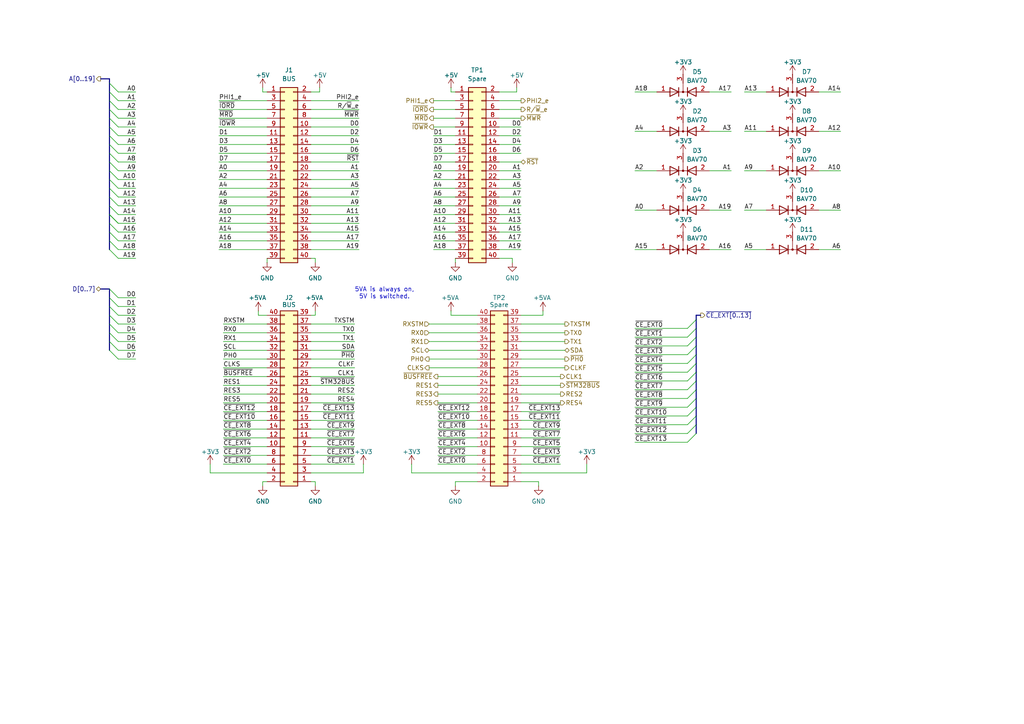
<source format=kicad_sch>
(kicad_sch (version 20231120) (generator "eeschema") (generator_version "8.0")
  (paper "A4")
  (title_block (title "Unicomp v3 - RAMROM Board") (date "2024-05-13") (rev "v1.1") (company "100% Offner") (comment 1 "v1.0: Initial"))
  (lib_symbols
    (symbol "Connector_Generic:Conn_02x20_Odd_Even" (pin_names (offset 1.016) hide)
      (property "Reference" "J" (at 1.27 25.4 0))
      (property "Value" "Conn_02x20_Odd_Even" (at 1.27 -27.94 0))
      (symbol "Conn_02x20_Odd_Even_1_1"
        (rectangle (start -1.27 -25.273) (end 0 -25.527) (stroke (width 0.1524)))
        (rectangle (start -1.27 -22.733) (end 0 -22.987) (stroke (width 0.1524)))
        (rectangle (start -1.27 -20.193) (end 0 -20.447) (stroke (width 0.1524)))
        (rectangle (start -1.27 -17.653) (end 0 -17.907) (stroke (width 0.1524)))
        (rectangle (start -1.27 -15.113) (end 0 -15.367) (stroke (width 0.1524)))
        (rectangle (start -1.27 -12.573) (end 0 -12.827) (stroke (width 0.1524)))
        (rectangle (start -1.27 -10.033) (end 0 -10.287) (stroke (width 0.1524)))
        (rectangle (start -1.27 -7.493) (end 0 -7.747) (stroke (width 0.1524)))
        (rectangle (start -1.27 -4.953) (end 0 -5.207) (stroke (width 0.1524)))
        (rectangle (start -1.27 -2.413) (end 0 -2.667) (stroke (width 0.1524)))
        (rectangle (start -1.27 0.127) (end 0 -0.127) (stroke (width 0.1524)))
        (rectangle (start -1.27 2.667) (end 0 2.413) (stroke (width 0.1524)))
        (rectangle (start -1.27 5.207) (end 0 4.953) (stroke (width 0.1524)))
        (rectangle (start -1.27 7.747) (end 0 7.493) (stroke (width 0.1524)))
        (rectangle (start -1.27 10.287) (end 0 10.033) (stroke (width 0.1524)))
        (rectangle (start -1.27 12.827) (end 0 12.573) (stroke (width 0.1524)))
        (rectangle (start -1.27 15.367) (end 0 15.113) (stroke (width 0.1524)))
        (rectangle (start -1.27 17.907) (end 0 17.653) (stroke (width 0.1524)))
        (rectangle (start -1.27 20.447) (end 0 20.193) (stroke (width 0.1524)))
        (rectangle (start -1.27 22.987) (end 0 22.733) (stroke (width 0.1524)))
        (rectangle (start -1.27 24.13) (end 3.81 -26.67) (stroke (width 0.254)) (fill (type background)))
        (rectangle (start 3.81 -25.273) (end 2.54 -25.527) (stroke (width 0.1524)))
        (rectangle (start 3.81 -22.733) (end 2.54 -22.987) (stroke (width 0.1524)))
        (rectangle (start 3.81 -20.193) (end 2.54 -20.447) (stroke (width 0.1524)))
        (rectangle (start 3.81 -17.653) (end 2.54 -17.907) (stroke (width 0.1524)))
        (rectangle (start 3.81 -15.113) (end 2.54 -15.367) (stroke (width 0.1524)))
        (rectangle (start 3.81 -12.573) (end 2.54 -12.827) (stroke (width 0.1524)))
        (rectangle (start 3.81 -10.033) (end 2.54 -10.287) (stroke (width 0.1524)))
        (rectangle (start 3.81 -7.493) (end 2.54 -7.747) (stroke (width 0.1524)))
        (rectangle (start 3.81 -4.953) (end 2.54 -5.207) (stroke (width 0.1524)))
        (rectangle (start 3.81 -2.413) (end 2.54 -2.667) (stroke (width 0.1524)))
        (rectangle (start 3.81 0.127) (end 2.54 -0.127) (stroke (width 0.1524)))
        (rectangle (start 3.81 2.667) (end 2.54 2.413) (stroke (width 0.1524)))
        (rectangle (start 3.81 5.207) (end 2.54 4.953) (stroke (width 0.1524)))
        (rectangle (start 3.81 7.747) (end 2.54 7.493) (stroke (width 0.1524)))
        (rectangle (start 3.81 10.287) (end 2.54 10.033) (stroke (width 0.1524)))
        (rectangle (start 3.81 12.827) (end 2.54 12.573) (stroke (width 0.1524)))
        (rectangle (start 3.81 15.367) (end 2.54 15.113) (stroke (width 0.1524)))
        (rectangle (start 3.81 17.907) (end 2.54 17.653) (stroke (width 0.1524)))
        (rectangle (start 3.81 20.447) (end 2.54 20.193) (stroke (width 0.1524)))
        (rectangle (start 3.81 22.987) (end 2.54 22.733) (stroke (width 0.1524)))
        (pin passive line (at -5.08 22.86 0) (length 3.81) (name "Pin_1") (number "1"))
        (pin passive line (at 7.62 12.7 180) (length 3.81) (name "Pin_10") (number "10"))
        (pin passive line (at -5.08 10.16 0) (length 3.81) (name "Pin_11") (number "11"))
        (pin passive line (at 7.62 10.16 180) (length 3.81) (name "Pin_12") (number "12"))
        (pin passive line (at -5.08 7.62 0) (length 3.81) (name "Pin_13") (number "13"))
        (pin passive line (at 7.62 7.62 180) (length 3.81) (name "Pin_14") (number "14"))
        (pin passive line (at -5.08 5.08 0) (length 3.81) (name "Pin_15") (number "15"))
        (pin passive line (at 7.62 5.08 180) (length 3.81) (name "Pin_16") (number "16"))
        (pin passive line (at -5.08 2.54 0) (length 3.81) (name "Pin_17") (number "17"))
        (pin passive line (at 7.62 2.54 180) (length 3.81) (name "Pin_18") (number "18"))
        (pin passive line (at -5.08 0 0) (length 3.81) (name "Pin_19") (number "19"))
        (pin passive line (at 7.62 22.86 180) (length 3.81) (name "Pin_2") (number "2"))
        (pin passive line (at 7.62 0 180) (length 3.81) (name "Pin_20") (number "20"))
        (pin passive line (at -5.08 -2.54 0) (length 3.81) (name "Pin_21") (number "21"))
        (pin passive line (at 7.62 -2.54 180) (length 3.81) (name "Pin_22") (number "22"))
        (pin passive line (at -5.08 -5.08 0) (length 3.81) (name "Pin_23") (number "23"))
        (pin passive line (at 7.62 -5.08 180) (length 3.81) (name "Pin_24") (number "24"))
        (pin passive line (at -5.08 -7.62 0) (length 3.81) (name "Pin_25") (number "25"))
        (pin passive line (at 7.62 -7.62 180) (length 3.81) (name "Pin_26") (number "26"))
        (pin passive line (at -5.08 -10.16 0) (length 3.81) (name "Pin_27") (number "27"))
        (pin passive line (at 7.62 -10.16 180) (length 3.81) (name "Pin_28") (number "28"))
        (pin passive line (at -5.08 -12.7 0) (length 3.81) (name "Pin_29") (number "29"))
        (pin passive line (at -5.08 20.32 0) (length 3.81) (name "Pin_3") (number "3"))
        (pin passive line (at 7.62 -12.7 180) (length 3.81) (name "Pin_30") (number "30"))
        (pin passive line (at -5.08 -15.24 0) (length 3.81) (name "Pin_31") (number "31"))
        (pin passive line (at 7.62 -15.24 180) (length 3.81) (name "Pin_32") (number "32"))
        (pin passive line (at -5.08 -17.78 0) (length 3.81) (name "Pin_33") (number "33"))
        (pin passive line (at 7.62 -17.78 180) (length 3.81) (name "Pin_34") (number "34"))
        (pin passive line (at -5.08 -20.32 0) (length 3.81) (name "Pin_35") (number "35"))
        (pin passive line (at 7.62 -20.32 180) (length 3.81) (name "Pin_36") (number "36"))
        (pin passive line (at -5.08 -22.86 0) (length 3.81) (name "Pin_37") (number "37"))
        (pin passive line (at 7.62 -22.86 180) (length 3.81) (name "Pin_38") (number "38"))
        (pin passive line (at -5.08 -25.4 0) (length 3.81) (name "Pin_39") (number "39"))
        (pin passive line (at 7.62 20.32 180) (length 3.81) (name "Pin_4") (number "4"))
        (pin passive line (at 7.62 -25.4 180) (length 3.81) (name "Pin_40") (number "40"))
        (pin passive line (at -5.08 17.78 0) (length 3.81) (name "Pin_5") (number "5"))
        (pin passive line (at 7.62 17.78 180) (length 3.81) (name "Pin_6") (number "6"))
        (pin passive line (at -5.08 15.24 0) (length 3.81) (name "Pin_7") (number "7"))
        (pin passive line (at 7.62 15.24 180) (length 3.81) (name "Pin_8") (number "8"))
        (pin passive line (at -5.08 12.7 0) (length 3.81) (name "Pin_9") (number "9"))
      )
    )
    (symbol "Diode:BAV70" (pin_names hide)
      (property "Reference" "D" (at 0.635 -2.54 0))
      (property "Value" "BAV70" (at 0 2.54 0))
      (symbol "BAV70_0_1"
        (polyline (pts (xy -3.81 0) (xy 3.81 0)))
        (polyline (pts (xy 0 0) (xy 0 -2.54)))
        (polyline (pts (xy -1.27 -1.27) (xy -1.27 1.27) (xy -1.27 1.27)) (stroke (width 0.254)))
        (polyline (pts (xy 1.27 -1.27) (xy 1.27 1.27) (xy 1.27 1.27)) (stroke (width 0.254)))
        (polyline (pts (xy -3.81 1.27) (xy -1.27 0) (xy -3.81 -1.27) (xy -3.81 1.27) (xy -3.81 1.27) (xy -3.81 1.27)) (stroke (width 0.254)))
        (polyline (pts (xy 3.81 -1.27) (xy 1.27 0) (xy 3.81 1.27) (xy 3.81 -1.27) (xy 3.81 -1.27) (xy 3.81 -1.27)) (stroke (width 0.254)))
        (circle (center 0 0) (radius 0.254) (fill (type outline)))
        (pin passive line (at -7.62 0 0) (length 3.81) (name "A") (number "1"))
        (pin passive line (at 7.62 0 180) (length 3.81) (name "A") (number "2"))
        (pin passive line (at 0 -5.08 90) (length 2.54) (name "K") (number "3"))
      )
    )
    (symbol "power:+3V3" (power) (pin_numbers hide) (pin_names (offset 0) hide)
      (property "Value" "+3V3" (at 0 3.556 0))
      (symbol "+3V3_0_1"
        (polyline (pts (xy -0.762 1.27) (xy 0 2.54)))
        (polyline (pts (xy 0 0) (xy 0 2.54)))
        (polyline (pts (xy 0 2.54) (xy 0.762 1.27)))
      )
      (symbol "+3V3_1_1"
        (pin power_in line (at 0 0 90) (length 0) (name "~") (number "1"))
      )
    )
    (symbol "power:+5V" (power) (pin_numbers hide) (pin_names (offset 0) hide)
      (property "Value" "+5V" (at 0 3.556 0))
      (symbol "+5V_0_1"
        (polyline (pts (xy -0.762 1.27) (xy 0 2.54)))
        (polyline (pts (xy 0 0) (xy 0 2.54)))
        (polyline (pts (xy 0 2.54) (xy 0.762 1.27)))
      )
      (symbol "+5V_1_1"
        (pin power_in line (at 0 0 90) (length 0) (name "~") (number "1"))
      )
    )
    (symbol "power:+5VA" (power) (pin_numbers hide) (pin_names (offset 0) hide)
      (property "Value" "+5VA" (at 0 3.556 0))
      (symbol "+5VA_0_1"
        (polyline (pts (xy -0.762 1.27) (xy 0 2.54)))
        (polyline (pts (xy 0 0) (xy 0 2.54)))
        (polyline (pts (xy 0 2.54) (xy 0.762 1.27)))
      )
      (symbol "+5VA_1_1"
        (pin power_in line (at 0 0 90) (length 0) (name "~") (number "1"))
      )
    )
    (symbol "power:GND" (power) (pin_numbers hide) (pin_names (offset 0) hide)
      (property "Value" "GND" (at 0 -3.81 0))
      (symbol "GND_0_1"
        (polyline (pts (xy 0 0) (xy 0 -1.27) (xy 1.27 -1.27) (xy 0 -2.54) (xy -1.27 -1.27) (xy 0 -1.27)))
      )
      (symbol "GND_1_1"
        (pin power_in line (at 0 0 270) (length 0) (name "~") (number "1"))
      )
    )
  )
  (bus_entry (at 201.93 105.41) (size -2.54 2.54))
  (bus_entry (at 201.93 102.87) (size -2.54 2.54))
  (bus_entry (at 31.75 57.15) (size 2.54 2.54))
  (bus_entry (at 31.75 49.53) (size 2.54 2.54))
  (bus_entry (at 31.75 34.29) (size 2.54 2.54))
  (bus_entry (at 31.75 62.23) (size 2.54 2.54))
  (bus_entry (at 31.75 72.39) (size 2.54 2.54))
  (bus_entry (at 201.93 110.49) (size -2.54 2.54))
  (bus_entry (at 31.75 91.44) (size 2.54 2.54))
  (bus_entry (at 31.75 83.82) (size 2.54 2.54))
  (bus_entry (at 31.75 99.06) (size 2.54 2.54))
  (bus_entry (at 201.93 125.73) (size -2.54 2.54))
  (bus_entry (at 201.93 113.03) (size -2.54 2.54))
  (bus_entry (at 31.75 36.83) (size 2.54 2.54))
  (bus_entry (at 31.75 24.13) (size 2.54 2.54))
  (bus_entry (at 201.93 120.65) (size -2.54 2.54))
  (bus_entry (at 31.75 67.31) (size 2.54 2.54))
  (bus_entry (at 31.75 54.61) (size 2.54 2.54))
  (bus_entry (at 31.75 44.45) (size 2.54 2.54))
  (bus_entry (at 201.93 107.95) (size -2.54 2.54))
  (bus_entry (at 31.75 86.36) (size 2.54 2.54))
  (bus_entry (at 31.75 41.91) (size 2.54 2.54))
  (bus_entry (at 31.75 46.99) (size 2.54 2.54))
  (bus_entry (at 31.75 39.37) (size 2.54 2.54))
  (bus_entry (at 201.93 118.11) (size -2.54 2.54))
  (bus_entry (at 31.75 31.75) (size 2.54 2.54))
  (bus_entry (at 31.75 29.21) (size 2.54 2.54))
  (bus_entry (at 201.93 123.19) (size -2.54 2.54))
  (bus_entry (at 201.93 100.33) (size -2.54 2.54))
  (bus_entry (at 31.75 96.52) (size 2.54 2.54))
  (bus_entry (at 201.93 115.57) (size -2.54 2.54))
  (bus_entry (at 31.75 26.67) (size 2.54 2.54))
  (bus_entry (at 31.75 88.9) (size 2.54 2.54))
  (bus_entry (at 31.75 52.07) (size 2.54 2.54))
  (bus_entry (at 201.93 97.79) (size -2.54 2.54))
  (bus_entry (at 201.93 95.25) (size -2.54 2.54))
  (bus_entry (at 31.75 62.23) (size 2.54 2.54))
  (bus_entry (at 31.75 69.85) (size 2.54 2.54))
  (bus_entry (at 31.75 59.69) (size 2.54 2.54))
  (bus_entry (at 201.93 92.71) (size -2.54 2.54))
  (bus_entry (at 31.75 93.98) (size 2.54 2.54))
  (bus_entry (at 31.75 64.77) (size 2.54 2.54))
  (bus_entry (at 31.75 101.6) (size 2.54 2.54))
  (wire (pts (xy 39.37 91.44) (xy 34.29 91.44)))
  (wire (pts (xy 125.73 41.91) (xy 132.08 41.91)))
  (bus (pts (xy 31.75 91.44) (xy 31.75 88.9)))
  (wire (pts (xy 215.9 49.53) (xy 222.25 49.53)))
  (bus (pts (xy 31.75 31.75) (xy 31.75 29.21)))
  (wire (pts (xy 91.44 74.93) (xy 90.17 74.93)))
  (wire (pts (xy 184.15 105.41) (xy 199.39 105.41)))
  (bus (pts (xy 201.93 102.87) (xy 201.93 105.41)))
  (wire (pts (xy 151.13 116.84) (xy 162.56 116.84)))
  (wire (pts (xy 125.73 44.45) (xy 132.08 44.45)))
  (wire (pts (xy 63.5 29.21) (xy 77.47 29.21)))
  (wire (pts (xy 144.78 57.15) (xy 151.13 57.15)))
  (wire (pts (xy 91.44 90.17) (xy 91.44 91.44)))
  (wire (pts (xy 156.21 139.7) (xy 151.13 139.7)))
  (wire (pts (xy 39.37 104.14) (xy 34.29 104.14)))
  (wire (pts (xy 90.17 99.06) (xy 102.87 99.06)))
  (wire (pts (xy 170.18 134.62) (xy 170.18 137.16)))
  (wire (pts (xy 125.73 39.37) (xy 132.08 39.37)))
  (wire (pts (xy 63.5 64.77) (xy 77.47 64.77)))
  (wire (pts (xy 130.81 90.17) (xy 130.81 91.44)))
  (wire (pts (xy 64.77 134.62) (xy 77.47 134.62)))
  (wire (pts (xy 144.78 64.77) (xy 151.13 64.77)))
  (wire (pts (xy 144.78 69.85) (xy 151.13 69.85)))
  (wire (pts (xy 64.77 121.92) (xy 77.47 121.92)))
  (wire (pts (xy 151.13 129.54) (xy 162.56 129.54)))
  (wire (pts (xy 237.49 38.1) (xy 243.84 38.1)))
  (wire (pts (xy 215.9 38.1) (xy 222.25 38.1)))
  (wire (pts (xy 127 111.76) (xy 138.43 111.76)))
  (wire (pts (xy 90.17 64.77) (xy 104.14 64.77)))
  (wire (pts (xy 149.86 26.67) (xy 144.78 26.67)))
  (wire (pts (xy 39.37 69.85) (xy 34.29 69.85)))
  (wire (pts (xy 91.44 76.2) (xy 91.44 74.93)))
  (wire (pts (xy 151.13 99.06) (xy 163.83 99.06)))
  (wire (pts (xy 90.17 59.69) (xy 104.14 59.69)))
  (wire (pts (xy 127 127) (xy 138.43 127)))
  (wire (pts (xy 184.15 97.79) (xy 199.39 97.79)))
  (wire (pts (xy 130.81 91.44) (xy 138.43 91.44)))
  (bus (pts (xy 201.93 91.44) (xy 201.93 92.71)))
  (wire (pts (xy 63.5 36.83) (xy 77.47 36.83)))
  (wire (pts (xy 63.5 39.37) (xy 77.47 39.37)))
  (wire (pts (xy 184.15 102.87) (xy 199.39 102.87)))
  (wire (pts (xy 205.74 60.96) (xy 212.09 60.96)))
  (wire (pts (xy 90.17 116.84) (xy 102.87 116.84)))
  (wire (pts (xy 184.15 72.39) (xy 190.5 72.39)))
  (wire (pts (xy 157.48 90.17) (xy 157.48 91.44)))
  (wire (pts (xy 125.73 69.85) (xy 132.08 69.85)))
  (wire (pts (xy 60.96 137.16) (xy 77.47 137.16)))
  (bus (pts (xy 201.93 95.25) (xy 201.93 97.79)))
  (wire (pts (xy 205.74 49.53) (xy 212.09 49.53)))
  (wire (pts (xy 148.59 76.2) (xy 148.59 74.93)))
  (wire (pts (xy 205.74 72.39) (xy 212.09 72.39)))
  (wire (pts (xy 151.13 127) (xy 162.56 127)))
  (bus (pts (xy 31.75 99.06) (xy 31.75 96.52)))
  (wire (pts (xy 215.9 26.67) (xy 222.25 26.67)))
  (bus (pts (xy 31.75 88.9) (xy 31.75 86.36)))
  (wire (pts (xy 125.73 46.99) (xy 132.08 46.99)))
  (wire (pts (xy 76.2 25.4) (xy 76.2 26.67)))
  (wire (pts (xy 125.73 31.75) (xy 132.08 31.75)))
  (wire (pts (xy 39.37 36.83) (xy 34.29 36.83)))
  (wire (pts (xy 39.37 57.15) (xy 34.29 57.15)))
  (wire (pts (xy 74.93 91.44) (xy 77.47 91.44)))
  (bus (pts (xy 31.75 64.77) (xy 31.75 62.23)))
  (wire (pts (xy 39.37 62.23) (xy 34.29 62.23)))
  (wire (pts (xy 64.77 99.06) (xy 77.47 99.06)))
  (wire (pts (xy 149.86 25.4) (xy 149.86 26.67)))
  (wire (pts (xy 125.73 57.15) (xy 132.08 57.15)))
  (wire (pts (xy 39.37 52.07) (xy 34.29 52.07)))
  (wire (pts (xy 90.17 36.83) (xy 104.14 36.83)))
  (bus (pts (xy 201.93 123.19) (xy 201.93 125.73)))
  (wire (pts (xy 39.37 49.53) (xy 34.29 49.53)))
  (bus (pts (xy 31.75 44.45) (xy 31.75 41.91)))
  (wire (pts (xy 92.71 25.4) (xy 92.71 26.67)))
  (wire (pts (xy 90.17 31.75) (xy 104.14 31.75)))
  (wire (pts (xy 64.77 124.46) (xy 77.47 124.46)))
  (bus (pts (xy 31.75 86.36) (xy 31.75 83.82)))
  (wire (pts (xy 64.77 106.68) (xy 77.47 106.68)))
  (wire (pts (xy 39.37 88.9) (xy 34.29 88.9)))
  (wire (pts (xy 184.15 26.67) (xy 190.5 26.67)))
  (wire (pts (xy 64.77 101.6) (xy 77.47 101.6)))
  (wire (pts (xy 64.77 114.3) (xy 77.47 114.3)))
  (bus (pts (xy 31.75 69.85) (xy 31.75 67.31)))
  (wire (pts (xy 39.37 46.99) (xy 34.29 46.99)))
  (wire (pts (xy 125.73 59.69) (xy 132.08 59.69)))
  (wire (pts (xy 39.37 96.52) (xy 34.29 96.52)))
  (wire (pts (xy 64.77 129.54) (xy 77.47 129.54)))
  (wire (pts (xy 39.37 39.37) (xy 34.29 39.37)))
  (wire (pts (xy 237.49 49.53) (xy 243.84 49.53)))
  (wire (pts (xy 125.73 36.83) (xy 132.08 36.83)))
  (wire (pts (xy 125.73 52.07) (xy 132.08 52.07)))
  (wire (pts (xy 39.37 34.29) (xy 34.29 34.29)))
  (wire (pts (xy 63.5 31.75) (xy 77.47 31.75)))
  (wire (pts (xy 127 116.84) (xy 138.43 116.84)))
  (wire (pts (xy 151.13 124.46) (xy 162.56 124.46)))
  (wire (pts (xy 184.15 123.19) (xy 199.39 123.19)))
  (wire (pts (xy 130.81 26.67) (xy 132.08 26.67)))
  (wire (pts (xy 151.13 101.6) (xy 163.83 101.6)))
  (bus (pts (xy 201.93 107.95) (xy 201.93 110.49)))
  (wire (pts (xy 184.15 107.95) (xy 199.39 107.95)))
  (bus (pts (xy 31.75 39.37) (xy 31.75 36.83)))
  (wire (pts (xy 63.5 52.07) (xy 77.47 52.07)))
  (wire (pts (xy 90.17 134.62) (xy 102.87 134.62)))
  (bus (pts (xy 31.75 93.98) (xy 31.75 91.44)))
  (wire (pts (xy 39.37 44.45) (xy 34.29 44.45)))
  (wire (pts (xy 157.48 91.44) (xy 151.13 91.44)))
  (wire (pts (xy 127 114.3) (xy 138.43 114.3)))
  (wire (pts (xy 124.46 106.68) (xy 138.43 106.68)))
  (wire (pts (xy 77.47 76.2) (xy 77.47 74.93)))
  (wire (pts (xy 63.5 72.39) (xy 77.47 72.39)))
  (wire (pts (xy 151.13 109.22) (xy 162.56 109.22)))
  (wire (pts (xy 90.17 69.85) (xy 104.14 69.85)))
  (wire (pts (xy 184.15 100.33) (xy 199.39 100.33)))
  (wire (pts (xy 63.5 62.23) (xy 77.47 62.23)))
  (wire (pts (xy 127 119.38) (xy 138.43 119.38)))
  (wire (pts (xy 63.5 59.69) (xy 77.47 59.69)))
  (wire (pts (xy 90.17 57.15) (xy 104.14 57.15)))
  (wire (pts (xy 91.44 91.44) (xy 90.17 91.44)))
  (wire (pts (xy 125.73 62.23) (xy 132.08 62.23)))
  (bus (pts (xy 31.75 52.07) (xy 31.75 49.53)))
  (bus (pts (xy 31.75 54.61) (xy 31.75 52.07)))
  (wire (pts (xy 39.37 64.77) (xy 34.29 64.77)))
  (bus (pts (xy 203.2 91.44) (xy 201.93 91.44)))
  (wire (pts (xy 184.15 95.25) (xy 199.39 95.25)))
  (wire (pts (xy 144.78 62.23) (xy 151.13 62.23)))
  (wire (pts (xy 125.73 34.29) (xy 132.08 34.29)))
  (wire (pts (xy 237.49 26.67) (xy 243.84 26.67)))
  (bus (pts (xy 31.75 72.39) (xy 31.75 69.85)))
  (wire (pts (xy 144.78 67.31) (xy 151.13 67.31)))
  (wire (pts (xy 151.13 132.08) (xy 162.56 132.08)))
  (wire (pts (xy 119.38 137.16) (xy 138.43 137.16)))
  (wire (pts (xy 151.13 96.52) (xy 163.83 96.52)))
  (wire (pts (xy 63.5 54.61) (xy 77.47 54.61)))
  (bus (pts (xy 31.75 49.53) (xy 31.75 46.99)))
  (wire (pts (xy 76.2 140.97) (xy 76.2 139.7)))
  (wire (pts (xy 156.21 140.97) (xy 156.21 139.7)))
  (wire (pts (xy 39.37 99.06) (xy 34.29 99.06)))
  (wire (pts (xy 91.44 140.97) (xy 91.44 139.7)))
  (bus (pts (xy 31.75 29.21) (xy 31.75 26.67)))
  (wire (pts (xy 125.73 67.31) (xy 132.08 67.31)))
  (wire (pts (xy 144.78 49.53) (xy 151.13 49.53)))
  (wire (pts (xy 39.37 86.36) (xy 34.29 86.36)))
  (bus (pts (xy 31.75 83.82) (xy 29.21 83.82)))
  (wire (pts (xy 127 121.92) (xy 138.43 121.92)))
  (wire (pts (xy 127 129.54) (xy 138.43 129.54)))
  (wire (pts (xy 63.5 34.29) (xy 77.47 34.29)))
  (wire (pts (xy 144.78 34.29) (xy 151.13 34.29)))
  (wire (pts (xy 184.15 118.11) (xy 199.39 118.11)))
  (wire (pts (xy 63.5 46.99) (xy 77.47 46.99)))
  (wire (pts (xy 90.17 106.68) (xy 102.87 106.68)))
  (wire (pts (xy 144.78 29.21) (xy 151.13 29.21)))
  (wire (pts (xy 76.2 26.67) (xy 77.47 26.67)))
  (wire (pts (xy 90.17 114.3) (xy 102.87 114.3)))
  (wire (pts (xy 184.15 125.73) (xy 199.39 125.73)))
  (wire (pts (xy 132.08 76.2) (xy 132.08 74.93)))
  (wire (pts (xy 125.73 72.39) (xy 132.08 72.39)))
  (wire (pts (xy 74.93 90.17) (xy 74.93 91.44)))
  (wire (pts (xy 64.77 109.22) (xy 77.47 109.22)))
  (wire (pts (xy 39.37 74.93) (xy 34.29 74.93)))
  (wire (pts (xy 90.17 104.14) (xy 102.87 104.14)))
  (wire (pts (xy 184.15 128.27) (xy 199.39 128.27)))
  (wire (pts (xy 90.17 44.45) (xy 104.14 44.45)))
  (bus (pts (xy 201.93 118.11) (xy 201.93 120.65)))
  (wire (pts (xy 64.77 111.76) (xy 77.47 111.76)))
  (wire (pts (xy 144.78 54.61) (xy 151.13 54.61)))
  (bus (pts (xy 201.93 110.49) (xy 201.93 113.03)))
  (wire (pts (xy 124.46 101.6) (xy 138.43 101.6)))
  (bus (pts (xy 31.75 57.15) (xy 31.75 54.61)))
  (bus (pts (xy 201.93 100.33) (xy 201.93 102.87)))
  (wire (pts (xy 151.13 93.98) (xy 163.83 93.98)))
  (wire (pts (xy 63.5 69.85) (xy 77.47 69.85)))
  (wire (pts (xy 64.77 93.98) (xy 77.47 93.98)))
  (wire (pts (xy 39.37 31.75) (xy 34.29 31.75)))
  (wire (pts (xy 237.49 60.96) (xy 243.84 60.96)))
  (wire (pts (xy 90.17 62.23) (xy 104.14 62.23)))
  (wire (pts (xy 124.46 96.52) (xy 138.43 96.52)))
  (wire (pts (xy 127 124.46) (xy 138.43 124.46)))
  (wire (pts (xy 90.17 49.53) (xy 104.14 49.53)))
  (bus (pts (xy 31.75 46.99) (xy 31.75 44.45)))
  (wire (pts (xy 64.77 96.52) (xy 77.47 96.52)))
  (wire (pts (xy 124.46 104.14) (xy 138.43 104.14)))
  (wire (pts (xy 205.74 26.67) (xy 212.09 26.67)))
  (wire (pts (xy 184.15 49.53) (xy 190.5 49.53)))
  (wire (pts (xy 90.17 127) (xy 102.87 127)))
  (wire (pts (xy 92.71 26.67) (xy 90.17 26.67)))
  (wire (pts (xy 76.2 139.7) (xy 77.47 139.7)))
  (wire (pts (xy 124.46 99.06) (xy 138.43 99.06)))
  (wire (pts (xy 144.78 44.45) (xy 151.13 44.45)))
  (wire (pts (xy 144.78 59.69) (xy 151.13 59.69)))
  (wire (pts (xy 125.73 54.61) (xy 132.08 54.61)))
  (wire (pts (xy 63.5 67.31) (xy 77.47 67.31)))
  (wire (pts (xy 184.15 113.03) (xy 199.39 113.03)))
  (wire (pts (xy 127 132.08) (xy 138.43 132.08)))
  (wire (pts (xy 90.17 119.38) (xy 102.87 119.38)))
  (wire (pts (xy 63.5 41.91) (xy 77.47 41.91)))
  (wire (pts (xy 39.37 59.69) (xy 34.29 59.69)))
  (wire (pts (xy 63.5 44.45) (xy 77.47 44.45)))
  (wire (pts (xy 60.96 134.62) (xy 60.96 137.16)))
  (wire (pts (xy 151.13 119.38) (xy 162.56 119.38)))
  (wire (pts (xy 64.77 116.84) (xy 77.47 116.84)))
  (wire (pts (xy 90.17 129.54) (xy 102.87 129.54)))
  (wire (pts (xy 127 134.62) (xy 138.43 134.62)))
  (wire (pts (xy 39.37 93.98) (xy 34.29 93.98)))
  (wire (pts (xy 64.77 127) (xy 77.47 127)))
  (wire (pts (xy 39.37 101.6) (xy 34.29 101.6)))
  (wire (pts (xy 64.77 119.38) (xy 77.47 119.38)))
  (wire (pts (xy 144.78 31.75) (xy 151.13 31.75)))
  (bus (pts (xy 201.93 113.03) (xy 201.93 115.57)))
  (bus (pts (xy 31.75 36.83) (xy 31.75 34.29)))
  (wire (pts (xy 151.13 111.76) (xy 162.56 111.76)))
  (wire (pts (xy 90.17 41.91) (xy 104.14 41.91)))
  (wire (pts (xy 151.13 137.16) (xy 170.18 137.16)))
  (wire (pts (xy 63.5 57.15) (xy 77.47 57.15)))
  (wire (pts (xy 148.59 74.93) (xy 144.78 74.93)))
  (wire (pts (xy 90.17 39.37) (xy 104.14 39.37)))
  (wire (pts (xy 119.38 134.62) (xy 119.38 137.16)))
  (wire (pts (xy 90.17 34.29) (xy 104.14 34.29)))
  (wire (pts (xy 39.37 41.91) (xy 34.29 41.91)))
  (wire (pts (xy 132.08 139.7) (xy 138.43 139.7)))
  (wire (pts (xy 125.73 64.77) (xy 132.08 64.77)))
  (wire (pts (xy 39.37 29.21) (xy 34.29 29.21)))
  (wire (pts (xy 90.17 93.98) (xy 102.87 93.98)))
  (wire (pts (xy 144.78 41.91) (xy 151.13 41.91)))
  (wire (pts (xy 144.78 46.99) (xy 151.13 46.99)))
  (wire (pts (xy 184.15 38.1) (xy 190.5 38.1)))
  (bus (pts (xy 201.93 92.71) (xy 201.93 95.25)))
  (bus (pts (xy 31.75 59.69) (xy 31.75 57.15)))
  (wire (pts (xy 90.17 101.6) (xy 102.87 101.6)))
  (wire (pts (xy 90.17 124.46) (xy 102.87 124.46)))
  (wire (pts (xy 215.9 60.96) (xy 222.25 60.96)))
  (bus (pts (xy 31.75 41.91) (xy 31.75 39.37)))
  (wire (pts (xy 90.17 109.22) (xy 102.87 109.22)))
  (wire (pts (xy 151.13 104.14) (xy 163.83 104.14)))
  (wire (pts (xy 125.73 29.21) (xy 132.08 29.21)))
  (wire (pts (xy 184.15 110.49) (xy 199.39 110.49)))
  (bus (pts (xy 31.75 26.67) (xy 31.75 24.13)))
  (wire (pts (xy 184.15 120.65) (xy 199.39 120.65)))
  (wire (pts (xy 64.77 132.08) (xy 77.47 132.08)))
  (bus (pts (xy 31.75 62.23) (xy 31.75 59.69)))
  (wire (pts (xy 39.37 72.39) (xy 34.29 72.39)))
  (wire (pts (xy 90.17 111.76) (xy 102.87 111.76)))
  (wire (pts (xy 39.37 67.31) (xy 34.29 67.31)))
  (bus (pts (xy 31.75 24.13) (xy 31.75 22.86)))
  (wire (pts (xy 130.81 25.4) (xy 130.81 26.67)))
  (wire (pts (xy 90.17 121.92) (xy 102.87 121.92)))
  (wire (pts (xy 90.17 137.16) (xy 105.41 137.16)))
  (bus (pts (xy 31.75 96.52) (xy 31.75 93.98)))
  (wire (pts (xy 184.15 60.96) (xy 190.5 60.96)))
  (wire (pts (xy 90.17 67.31) (xy 104.14 67.31)))
  (wire (pts (xy 63.5 49.53) (xy 77.47 49.53)))
  (wire (pts (xy 90.17 29.21) (xy 104.14 29.21)))
  (bus (pts (xy 201.93 115.57) (xy 201.93 118.11)))
  (wire (pts (xy 90.17 52.07) (xy 104.14 52.07)))
  (wire (pts (xy 90.17 54.61) (xy 104.14 54.61)))
  (wire (pts (xy 125.73 49.53) (xy 132.08 49.53)))
  (wire (pts (xy 39.37 26.67) (xy 34.29 26.67)))
  (wire (pts (xy 144.78 72.39) (xy 151.13 72.39)))
  (bus (pts (xy 31.75 101.6) (xy 31.75 99.06)))
  (wire (pts (xy 90.17 72.39) (xy 104.14 72.39)))
  (wire (pts (xy 151.13 121.92) (xy 162.56 121.92)))
  (wire (pts (xy 151.13 134.62) (xy 162.56 134.62)))
  (wire (pts (xy 151.13 114.3) (xy 162.56 114.3)))
  (wire (pts (xy 215.9 72.39) (xy 222.25 72.39)))
  (bus (pts (xy 31.75 67.31) (xy 31.75 64.77)))
  (wire (pts (xy 144.78 39.37) (xy 151.13 39.37)))
  (wire (pts (xy 144.78 52.07) (xy 151.13 52.07)))
  (wire (pts (xy 90.17 132.08) (xy 102.87 132.08)))
  (wire (pts (xy 127 109.22) (xy 138.43 109.22)))
  (wire (pts (xy 105.41 134.62) (xy 105.41 137.16)))
  (wire (pts (xy 91.44 139.7) (xy 90.17 139.7)))
  (wire (pts (xy 184.15 115.57) (xy 199.39 115.57)))
  (wire (pts (xy 151.13 106.68) (xy 163.83 106.68)))
  (wire (pts (xy 237.49 72.39) (xy 243.84 72.39)))
  (wire (pts (xy 90.17 46.99) (xy 104.14 46.99)))
  (bus (pts (xy 31.75 22.86) (xy 29.21 22.86)))
  (wire (pts (xy 144.78 36.83) (xy 151.13 36.83)))
  (bus (pts (xy 201.93 120.65) (xy 201.93 123.19)))
  (wire (pts (xy 132.08 140.97) (xy 132.08 139.7)))
  (wire (pts (xy 205.74 38.1) (xy 212.09 38.1)))
  (wire (pts (xy 90.17 96.52) (xy 102.87 96.52)))
  (bus (pts (xy 201.93 97.79) (xy 201.93 100.33)))
  (wire (pts (xy 39.37 54.61) (xy 34.29 54.61)))
  (bus (pts (xy 201.93 105.41) (xy 201.93 107.95)))
  (wire (pts (xy 124.46 93.98) (xy 138.43 93.98)))
  (bus (pts (xy 31.75 34.29) (xy 31.75 31.75)))
  (wire (pts (xy 64.77 104.14) (xy 77.47 104.14)))
  (text "5VA is always on,\n5V is switched." (at 111.506 85.09 0) (effects (font (size 1.27 1.27))))
  (label "D7" (at 63.5 46.99 0))
  (label "A2" (at 184.15 49.53 0))
  (label "~{CE_EXT8}" (at 64.77 124.46 0))
  (label "A7" (at 215.9 60.96 0))
  (label "~{CE_EXT1}" (at 102.87 134.62 180))
  (label "A3" (at 212.09 38.1 180))
  (label "A12" (at 243.84 38.1 180))
  (label "~{CE_EXT7}" (at 184.15 113.03 0))
  (label "A19" (at 151.13 72.39 180))
  (label "~{CE_EXT13}" (at 184.15 128.27 0))
  (label "~{CE_EXT6}" (at 64.77 127 0))
  (label "A15" (at 151.13 67.31 180))
  (label "A0" (at 39.37 26.67 180))
  (label "RX1" (at 64.77 99.06 0))
  (label "A6" (at 243.84 72.39 180))
  (label "A17" (at 39.37 69.85 180))
  (label "A13" (at 215.9 26.67 0))
  (label "A17" (at 104.14 69.85 180))
  (label "A0" (at 63.5 49.53 0))
  (label "~{CE_EXT5}" (at 162.56 129.54 180))
  (label "~{CE_EXT1}" (at 162.56 134.62 180))
  (label "A6" (at 63.5 57.15 0))
  (label "A18" (at 63.5 72.39 0))
  (label "A7" (at 151.13 57.15 180))
  (label "A17" (at 151.13 69.85 180))
  (label "D7" (at 125.73 46.99 0))
  (label "RES5" (at 64.77 116.84 0))
  (label "~{CE_EXT8}" (at 127 124.46 0))
  (label "A11" (at 151.13 62.23 180))
  (label "D6" (at 151.13 44.45 180))
  (label "~{CE_EXT13}" (at 102.87 119.38 180))
  (label "D2" (at 39.37 91.44 180))
  (label "D7" (at 39.37 104.14 180))
  (label "A13" (at 104.14 64.77 180))
  (label "A0" (at 125.73 49.53 0))
  (label "A16" (at 63.5 69.85 0))
  (label "A5" (at 39.37 39.37 180))
  (label "A15" (at 39.37 64.77 180))
  (label "A9" (at 39.37 49.53 180))
  (label "~{CE_EXT4}" (at 64.77 129.54 0))
  (label "A4" (at 125.73 54.61 0))
  (label "~{CE_EXT11}" (at 184.15 123.19 0))
  (label "~{CE_EXT13}" (at 162.56 119.38 180))
  (label "A5" (at 104.14 54.61 180))
  (label "A12" (at 63.5 64.77 0))
  (label "D2" (at 104.14 39.37 180))
  (label "A8" (at 63.5 59.69 0))
  (label "CLK1" (at 102.87 109.22 180))
  (label "~{CE_EXT5}" (at 102.87 129.54 180))
  (label "A9" (at 215.9 49.53 0))
  (label "SDA" (at 102.87 101.6 180))
  (label "D5" (at 39.37 99.06 180))
  (label "A11" (at 39.37 54.61 180))
  (label "CLKF" (at 102.87 106.68 180))
  (label "A2" (at 63.5 52.07 0))
  (label "~{CE_EXT3}" (at 184.15 102.87 0))
  (label "~{CE_EXT6}" (at 127 127 0))
  (label "~{CE_EXT6}" (at 184.15 110.49 0))
  (label "A5" (at 151.13 54.61 180))
  (label "A17" (at 212.09 26.67 180))
  (label "A19" (at 212.09 60.96 180))
  (label "A11" (at 104.14 62.23 180))
  (label "~{CE_EXT0}" (at 127 134.62 0))
  (label "A7" (at 104.14 57.15 180))
  (label "A10" (at 39.37 52.07 180))
  (label "A16" (at 125.73 69.85 0))
  (label "A9" (at 151.13 59.69 180))
  (label "~{CE_EXT12}" (at 127 119.38 0))
  (label "~{CE_EXT0}" (at 64.77 134.62 0))
  (label "~{IORD}" (at 63.5 31.75 0))
  (label "A3" (at 151.13 52.07 180))
  (label "A2" (at 125.73 52.07 0))
  (label "~{CE_EXT7}" (at 102.87 127 180))
  (label "RES4" (at 102.87 116.84 180))
  (label "~{CE_EXT0}" (at 184.15 95.25 0))
  (label "A18" (at 184.15 26.67 0))
  (label "D0" (at 39.37 86.36 180))
  (label "~{CE_EXT3}" (at 102.87 132.08 180))
  (label "A7" (at 39.37 44.45 180))
  (label "~{CE_EXT9}" (at 184.15 118.11 0))
  (label "A15" (at 104.14 67.31 180))
  (label "PH0" (at 64.77 104.14 0))
  (label "A5" (at 215.9 72.39 0))
  (label "TX0" (at 102.87 96.52 180))
  (label "~{CE_EXT8}" (at 184.15 115.57 0))
  (label "~{MWR}" (at 104.14 34.29 180))
  (label "A19" (at 104.14 72.39 180))
  (label "D3" (at 63.5 41.91 0))
  (label "RES1" (at 64.77 111.76 0))
  (label "D4" (at 151.13 41.91 180))
  (label "A3" (at 39.37 34.29 180))
  (label "D0" (at 151.13 36.83 180))
  (label "A14" (at 63.5 67.31 0))
  (label "A10" (at 125.73 62.23 0))
  (label "~{RST}" (at 104.14 46.99 180))
  (label "A4" (at 184.15 38.1 0))
  (label "D1" (at 125.73 39.37 0))
  (label "D4" (at 104.14 41.91 180))
  (label "A12" (at 39.37 57.15 180))
  (label "~{CE_EXT2}" (at 127 132.08 0))
  (label "D1" (at 39.37 88.9 180))
  (label "~{CE_EXT5}" (at 184.15 107.95 0))
  (label "~{BUSFREE}" (at 64.77 109.22 0))
  (label "D5" (at 125.73 44.45 0))
  (label "A8" (at 125.73 59.69 0))
  (label "D3" (at 39.37 93.98 180))
  (label "~{IOWR}" (at 63.5 36.83 0))
  (label "A4" (at 39.37 36.83 180))
  (label "~{CE_EXT9}" (at 162.56 124.46 180))
  (label "A10" (at 63.5 62.23 0))
  (label "A14" (at 39.37 62.23 180))
  (label "~{CE_EXT10}" (at 127 121.92 0))
  (label "D6" (at 104.14 44.45 180))
  (label "~{CE_EXT10}" (at 184.15 120.65 0))
  (label "A2" (at 39.37 31.75 180))
  (label "A16" (at 212.09 72.39 180))
  (label "D5" (at 63.5 44.45 0))
  (label "R{slash}~{W}_e" (at 104.14 31.75 180))
  (label "D2" (at 151.13 39.37 180))
  (label "CLKS" (at 64.77 106.68 0))
  (label "PHI2_e" (at 104.14 29.21 180))
  (label "A1" (at 212.09 49.53 180))
  (label "D1" (at 63.5 39.37 0))
  (label "A6" (at 125.73 57.15 0))
  (label "A13" (at 39.37 59.69 180))
  (label "A14" (at 125.73 67.31 0))
  (label "RES2" (at 102.87 114.3 180))
  (label "A14" (at 243.84 26.67 180))
  (label "A18" (at 39.37 72.39 180))
  (label "A13" (at 151.13 64.77 180))
  (label "~{CE_EXT7}" (at 162.56 127 180))
  (label "~{CE_EXT2}" (at 184.15 100.33 0))
  (label "~{CE_EXT10}" (at 64.77 121.92 0))
  (label "~{CE_EXT11}" (at 162.56 121.92 180))
  (label "A1" (at 104.14 49.53 180))
  (label "A15" (at 184.15 72.39 0))
  (label "~{CE_EXT11}" (at 102.87 121.92 180))
  (label "TXSTM" (at 102.87 93.98 180))
  (label "A12" (at 125.73 64.77 0))
  (label "~{CE_EXT2}" (at 64.77 132.08 0))
  (label "A3" (at 104.14 52.07 180))
  (label "~{CE_EXT12}" (at 64.77 119.38 0))
  (label "~{CE_EXT1}" (at 184.15 97.79 0))
  (label "A4" (at 63.5 54.61 0))
  (label "D3" (at 125.73 41.91 0))
  (label "~{CE_EXT3}" (at 162.56 132.08 180))
  (label "D6" (at 39.37 101.6 180))
  (label "D4" (at 39.37 96.52 180))
  (label "TX1" (at 102.87 99.06 180))
  (label "~{CE_EXT12}" (at 184.15 125.73 0))
  (label "SCL" (at 64.77 101.6 0))
  (label "A9" (at 104.14 59.69 180))
  (label "A6" (at 39.37 41.91 180))
  (label "A18" (at 125.73 72.39 0))
  (label "RXSTM" (at 64.77 93.98 0))
  (label "~{PH0}" (at 102.87 104.14 180))
  (label "D0" (at 104.14 36.83 180))
  (label "RX0" (at 64.77 96.52 0))
  (label "~{MRD}" (at 63.5 34.29 0))
  (label "RES3" (at 64.77 114.3 0))
  (label "A19" (at 39.37 74.93 180))
  (label "PHI1_e" (at 63.5 29.21 0))
  (label "A8" (at 243.84 60.96 180))
  (label "~{STM32BUS}" (at 102.87 111.76 180))
  (label "~{CE_EXT4}" (at 184.15 105.41 0))
  (label "A10" (at 243.84 49.53 180))
  (label "A0" (at 184.15 60.96 0))
  (label "A16" (at 39.37 67.31 180))
  (label "A11" (at 215.9 38.1 0))
  (label "A8" (at 39.37 46.99 180))
  (label "A1" (at 39.37 29.21 180))
  (label "~{CE_EXT4}" (at 127 129.54 0))
  (label "A1" (at 151.13 49.53 180))
  (label "~{CE_EXT9}" (at 102.87 124.46 180))
  (hierarchical_label "RES1" (shape output) (at 127 111.76 180))
  (hierarchical_label "RES5" (shape output) (at 127 116.84 180))
  (hierarchical_label "CLKF" (shape output) (at 163.83 106.68 0))
  (hierarchical_label "D[0..7]" (shape bidirectional) (at 29.21 83.82 180))
  (hierarchical_label "~{IOWR}" (shape output) (at 125.73 36.83 180))
  (hierarchical_label "A[0..19]" (shape output) (at 29.21 22.86 180))
  (hierarchical_label "CLK1" (shape output) (at 162.56 109.22 0))
  (hierarchical_label "RX1" (shape input) (at 124.46 99.06 180))
  (hierarchical_label "~{CE_EXT[0..13]}" (shape output) (at 203.2 91.44 0))
  (hierarchical_label "~{RST}" (shape bidirectional) (at 151.13 46.99 0))
  (hierarchical_label "TX0" (shape output) (at 163.83 96.52 0))
  (hierarchical_label "~{STM32BUS}" (shape output) (at 162.56 111.76 0))
  (hierarchical_label "SCL" (shape bidirectional) (at 124.46 101.6 180))
  (hierarchical_label "PHI1_e" (shape output) (at 125.73 29.21 180))
  (hierarchical_label "PH0" (shape output) (at 124.46 104.14 180))
  (hierarchical_label "~{IORD}" (shape output) (at 125.73 31.75 180))
  (hierarchical_label "SDA" (shape bidirectional) (at 163.83 101.6 0))
  (hierarchical_label "~{MRD}" (shape output) (at 125.73 34.29 180))
  (hierarchical_label "~{PH0}" (shape output) (at 163.83 104.14 0))
  (hierarchical_label "RES2" (shape output) (at 162.56 114.3 0))
  (hierarchical_label "~{MWR}" (shape output) (at 151.13 34.29 0))
  (hierarchical_label "CLKS" (shape output) (at 124.46 106.68 180))
  (hierarchical_label "TXSTM" (shape output) (at 163.83 93.98 0))
  (hierarchical_label "~{BUSFREE}" (shape output) (at 127 109.22 180))
  (hierarchical_label "RES4" (shape output) (at 162.56 116.84 0))
  (hierarchical_label "R{slash}~{W}_e" (shape output) (at 151.13 31.75 0))
  (hierarchical_label "RES3" (shape output) (at 127 114.3 180))
  (hierarchical_label "TX1" (shape output) (at 163.83 99.06 0))
  (hierarchical_label "RXSTM" (shape input) (at 124.46 93.98 180))
  (hierarchical_label "RX0" (shape input) (at 124.46 96.52 180))
  (hierarchical_label "PHI2_e" (shape output) (at 151.13 29.21 0))
  (symbol (lib_id "Connector_Generic:Conn_02x20_Odd_Even") (at 146.05 116.84 180) (unit 1)
    (property "Reference" "TP2" (at 144.78 86.344 0))
    (property "Value" "Spare" (at 144.78 88.392 0))
    (property "Footprint" "Connector_PinSocket_2.54mm:PinSocket_2x20_P2.54mm_Vertical" (effects (hide yes)))
    (property "Description" "Generic connector, double row, 02x20, odd/even pin numbering scheme (row 1 odd numbers, row 2 even numbers), script generated (kicad-library-utils/schlib/autogen/connector/)" (effects (hide yes)))
  )
  (symbol (lib_id "power:+5VA") (at 130.81 90.17 0) (unit 1)
    (property "Reference" "#PWR097" (effects (hide yes)))
    (property "Value" "+5VA" (at 130.556 86.36 0))
    (property "Description" "Power symbol creates a global label with name \"+5VA\"" (effects (hide yes)))
  )
  (symbol (lib_id "Diode:BAV70") (at 229.87 38.1 0) (mirror x) (unit 1)
    (property "Reference" "D8" (at 233.934 32.258 0))
    (property "Value" "BAV70" (at 233.934 34.798 0))
    (property "Footprint" "Package_TO_SOT_SMD:SOT-23" (effects (hide yes)))
    (property "Datasheet" "https://assets.nexperia.com/documents/data-sheet/BAV70_SER.pdf" (effects (hide yes)))
    (property "Description" "Dual 100V 215mA high-speed switching diodes, common cathode, SOT-23" (effects (hide yes)))
  )
  (symbol (lib_id "power:GND") (at 91.44 140.97 0) (unit 1)
    (property "Reference" "#PWR092" (effects (hide yes)))
    (property "Value" "GND" (at 91.44 145.4134 0))
    (property "Description" "Power symbol creates a global label with name \"GND\" , ground" (effects (hide yes)))
  )
  (symbol (lib_id "power:+3V3") (at 229.87 33.02 0) (unit 1)
    (property "Reference" "#PWR0129" (effects (hide yes)))
    (property "Value" "+3V3" (at 229.87 29.4442 0))
    (property "Description" "Power symbol creates a global label with name \"+3V3\"" (effects (hide yes)))
  )
  (symbol (lib_id "power:+3V3") (at 229.87 55.88 0) (unit 1)
    (property "Reference" "#PWR0131" (effects (hide yes)))
    (property "Value" "+3V3" (at 229.87 52.3042 0))
    (property "Description" "Power symbol creates a global label with name \"+3V3\"" (effects (hide yes)))
  )
  (symbol (lib_id "Diode:BAV70") (at 198.12 49.53 0) (mirror x) (unit 1)
    (property "Reference" "D3" (at 202.184 43.688 0))
    (property "Value" "BAV70" (at 202.184 46.228 0))
    (property "Footprint" "Package_TO_SOT_SMD:SOT-23" (effects (hide yes)))
    (property "Datasheet" "https://assets.nexperia.com/documents/data-sheet/BAV70_SER.pdf" (effects (hide yes)))
    (property "Description" "Dual 100V 215mA high-speed switching diodes, common cathode, SOT-23" (effects (hide yes)))
  )
  (symbol (lib_id "power:+3V3") (at 229.87 44.45 0) (unit 1)
    (property "Reference" "#PWR0130" (effects (hide yes)))
    (property "Value" "+3V3" (at 229.87 40.8742 0))
    (property "Description" "Power symbol creates a global label with name \"+3V3\"" (effects (hide yes)))
  )
  (symbol (lib_id "power:GND") (at 77.47 76.2 0) (unit 1)
    (property "Reference" "#PWR089" (effects (hide yes)))
    (property "Value" "GND" (at 77.47 80.6434 0))
    (property "Description" "Power symbol creates a global label with name \"GND\" , ground" (effects (hide yes)))
  )
  (symbol (lib_id "Diode:BAV70") (at 198.12 60.96 0) (mirror x) (unit 1)
    (property "Reference" "D4" (at 202.184 55.118 0))
    (property "Value" "BAV70" (at 202.184 57.658 0))
    (property "Footprint" "Package_TO_SOT_SMD:SOT-23" (effects (hide yes)))
    (property "Datasheet" "https://assets.nexperia.com/documents/data-sheet/BAV70_SER.pdf" (effects (hide yes)))
    (property "Description" "Dual 100V 215mA high-speed switching diodes, common cathode, SOT-23" (effects (hide yes)))
  )
  (symbol (lib_id "power:+5V") (at 76.2 25.4 0) (unit 1)
    (property "Reference" "#PWR087" (effects (hide yes)))
    (property "Value" "+5V" (at 76.2 21.8242 0))
    (property "Description" "Power symbol creates a global label with name \"+5V\"" (effects (hide yes)))
  )
  (symbol (lib_id "power:+3V3") (at 229.87 21.59 0) (unit 1)
    (property "Reference" "#PWR0128" (effects (hide yes)))
    (property "Value" "+3V3" (at 229.87 18.0142 0))
    (property "Description" "Power symbol creates a global label with name \"+3V3\"" (effects (hide yes)))
  )
  (symbol (lib_id "power:+3V3") (at 170.18 134.62 0) (unit 1)
    (property "Reference" "#PWR0104" (effects (hide yes)))
    (property "Value" "+3V3" (at 170.18 131.0442 0))
    (property "Description" "Power symbol creates a global label with name \"+3V3\"" (effects (hide yes)))
  )
  (symbol (lib_id "power:+3V3") (at 119.38 134.62 0) (unit 1)
    (property "Reference" "#PWR095" (effects (hide yes)))
    (property "Value" "+3V3" (at 119.38 131.0442 0))
    (property "Description" "Power symbol creates a global label with name \"+3V3\"" (effects (hide yes)))
  )
  (symbol (lib_id "power:+3V3") (at 105.41 134.62 0) (unit 1)
    (property "Reference" "#PWR094" (effects (hide yes)))
    (property "Value" "+3V3" (at 105.41 131.0442 0))
    (property "Description" "Power symbol creates a global label with name \"+3V3\"" (effects (hide yes)))
  )
  (symbol (lib_id "power:+3V3") (at 198.12 44.45 0) (unit 1)
    (property "Reference" "#PWR0123" (effects (hide yes)))
    (property "Value" "+3V3" (at 198.12 40.8742 0))
    (property "Description" "Power symbol creates a global label with name \"+3V3\"" (effects (hide yes)))
  )
  (symbol (lib_id "Diode:BAV70") (at 229.87 26.67 0) (mirror x) (unit 1)
    (property "Reference" "D7" (at 233.934 20.828 0))
    (property "Value" "BAV70" (at 233.934 23.368 0))
    (property "Footprint" "Package_TO_SOT_SMD:SOT-23" (effects (hide yes)))
    (property "Datasheet" "https://assets.nexperia.com/documents/data-sheet/BAV70_SER.pdf" (effects (hide yes)))
    (property "Description" "Dual 100V 215mA high-speed switching diodes, common cathode, SOT-23" (effects (hide yes)))
  )
  (symbol (lib_id "Diode:BAV70") (at 229.87 72.39 0) (mirror x) (unit 1)
    (property "Reference" "D11" (at 233.934 66.548 0))
    (property "Value" "BAV70" (at 233.934 69.088 0))
    (property "Footprint" "Package_TO_SOT_SMD:SOT-23" (effects (hide yes)))
    (property "Datasheet" "https://assets.nexperia.com/documents/data-sheet/BAV70_SER.pdf" (effects (hide yes)))
    (property "Description" "Dual 100V 215mA high-speed switching diodes, common cathode, SOT-23" (effects (hide yes)))
  )
  (symbol (lib_id "power:GND") (at 91.44 76.2 0) (unit 1)
    (property "Reference" "#PWR090" (effects (hide yes)))
    (property "Value" "GND" (at 91.44 80.6434 0))
    (property "Description" "Power symbol creates a global label with name \"GND\" , ground" (effects (hide yes)))
  )
  (symbol (lib_id "Diode:BAV70") (at 198.12 72.39 0) (mirror x) (unit 1)
    (property "Reference" "D6" (at 202.184 66.548 0))
    (property "Value" "BAV70" (at 202.184 69.088 0))
    (property "Footprint" "Package_TO_SOT_SMD:SOT-23" (effects (hide yes)))
    (property "Datasheet" "https://assets.nexperia.com/documents/data-sheet/BAV70_SER.pdf" (effects (hide yes)))
    (property "Description" "Dual 100V 215mA high-speed switching diodes, common cathode, SOT-23" (effects (hide yes)))
  )
  (symbol (lib_id "power:GND") (at 156.21 140.97 0) (unit 1)
    (property "Reference" "#PWR0102" (effects (hide yes)))
    (property "Value" "GND" (at 156.21 145.4134 0))
    (property "Description" "Power symbol creates a global label with name \"GND\" , ground" (effects (hide yes)))
  )
  (symbol (lib_id "power:+3V3") (at 198.12 21.59 0) (unit 1)
    (property "Reference" "#PWR0125" (effects (hide yes)))
    (property "Value" "+3V3" (at 198.12 18.0142 0))
    (property "Description" "Power symbol creates a global label with name \"+3V3\"" (effects (hide yes)))
  )
  (symbol (lib_id "power:+3V3") (at 60.96 134.62 0) (unit 1)
    (property "Reference" "#PWR085" (effects (hide yes)))
    (property "Value" "+3V3" (at 60.96 131.0442 0))
    (property "Description" "Power symbol creates a global label with name \"+3V3\"" (effects (hide yes)))
  )
  (symbol (lib_id "power:+5V") (at 130.81 25.4 0) (unit 1)
    (property "Reference" "#PWR096" (effects (hide yes)))
    (property "Value" "+5V" (at 130.81 21.8242 0))
    (property "Description" "Power symbol creates a global label with name \"+5V\"" (effects (hide yes)))
  )
  (symbol (lib_id "Diode:BAV70") (at 229.87 49.53 0) (mirror x) (unit 1)
    (property "Reference" "D9" (at 233.934 43.688 0))
    (property "Value" "BAV70" (at 233.934 46.228 0))
    (property "Footprint" "Package_TO_SOT_SMD:SOT-23" (effects (hide yes)))
    (property "Datasheet" "https://assets.nexperia.com/documents/data-sheet/BAV70_SER.pdf" (effects (hide yes)))
    (property "Description" "Dual 100V 215mA high-speed switching diodes, common cathode, SOT-23" (effects (hide yes)))
  )
  (symbol (lib_id "power:+5VA") (at 74.93 90.17 0) (unit 1)
    (property "Reference" "#PWR086" (effects (hide yes)))
    (property "Value" "+5VA" (at 74.676 86.36 0))
    (property "Description" "Power symbol creates a global label with name \"+5VA\"" (effects (hide yes)))
  )
  (symbol (lib_id "Connector_Generic:Conn_02x20_Odd_Even") (at 137.16 49.53 0) (unit 1)
    (property "Reference" "TP1" (at 138.43 20.32 0))
    (property "Value" "Spare" (at 138.43 22.86 0))
    (property "Footprint" "Connector_PinSocket_2.54mm:PinSocket_2x20_P2.54mm_Vertical" (effects (hide yes)))
    (property "Description" "Generic connector, double row, 02x20, odd/even pin numbering scheme (row 1 odd numbers, row 2 even numbers), script generated (kicad-library-utils/schlib/autogen/connector/)" (effects (hide yes)))
  )
  (symbol (lib_id "power:+3V3") (at 198.12 67.31 0) (unit 1)
    (property "Reference" "#PWR0127" (effects (hide yes)))
    (property "Value" "+3V3" (at 198.12 63.7342 0))
    (property "Description" "Power symbol creates a global label with name \"+3V3\"" (effects (hide yes)))
  )
  (symbol (lib_id "Connector_Generic:Conn_02x20_Odd_Even") (at 82.55 49.53 0) (unit 1)
    (property "Reference" "J1" (at 83.82 20.32 0))
    (property "Value" "BUS" (at 83.82 22.86 0))
    (property "Footprint" "Connector_PinSocket_2.54mm:PinSocket_2x20_P2.54mm_Vertical" (effects (hide yes)))
    (property "Description" "Generic connector, double row, 02x20, odd/even pin numbering scheme (row 1 odd numbers, row 2 even numbers), script generated (kicad-library-utils/schlib/autogen/connector/)" (effects (hide yes)))
  )
  (symbol (lib_id "Connector_Generic:Conn_02x20_Odd_Even") (at 85.09 116.84 180) (unit 1)
    (property "Reference" "J2" (at 83.82 86.344 0))
    (property "Value" "BUS" (at 83.82 88.392 0))
    (property "Footprint" "Connector_PinSocket_2.54mm:PinSocket_2x20_P2.54mm_Vertical" (effects (hide yes)))
    (property "Description" "Generic connector, double row, 02x20, odd/even pin numbering scheme (row 1 odd numbers, row 2 even numbers), script generated (kicad-library-utils/schlib/autogen/connector/)" (effects (hide yes)))
  )
  (symbol (lib_id "power:GND") (at 76.2 140.97 0) (unit 1)
    (property "Reference" "#PWR088" (effects (hide yes)))
    (property "Value" "GND" (at 76.2 145.4134 0))
    (property "Description" "Power symbol creates a global label with name \"GND\" , ground" (effects (hide yes)))
  )
  (symbol (lib_id "power:+5VA") (at 157.48 90.17 0) (unit 1)
    (property "Reference" "#PWR0103" (effects (hide yes)))
    (property "Value" "+5VA" (at 157.226 86.36 0))
    (property "Description" "Power symbol creates a global label with name \"+5VA\"" (effects (hide yes)))
  )
  (symbol (lib_id "power:+3V3") (at 198.12 55.88 0) (unit 1)
    (property "Reference" "#PWR0124" (effects (hide yes)))
    (property "Value" "+3V3" (at 198.12 52.3042 0))
    (property "Description" "Power symbol creates a global label with name \"+3V3\"" (effects (hide yes)))
  )
  (symbol (lib_id "Diode:BAV70") (at 198.12 26.67 0) (mirror x) (unit 1)
    (property "Reference" "D5" (at 202.184 20.828 0))
    (property "Value" "BAV70" (at 202.184 23.368 0))
    (property "Footprint" "Package_TO_SOT_SMD:SOT-23" (effects (hide yes)))
    (property "Datasheet" "https://assets.nexperia.com/documents/data-sheet/BAV70_SER.pdf" (effects (hide yes)))
    (property "Description" "Dual 100V 215mA high-speed switching diodes, common cathode, SOT-23" (effects (hide yes)))
  )
  (symbol (lib_id "Diode:BAV70") (at 198.12 38.1 0) (mirror x) (unit 1)
    (property "Reference" "D2" (at 202.184 32.258 0))
    (property "Value" "BAV70" (at 202.184 34.798 0))
    (property "Footprint" "Package_TO_SOT_SMD:SOT-23" (effects (hide yes)))
    (property "Datasheet" "https://assets.nexperia.com/documents/data-sheet/BAV70_SER.pdf" (effects (hide yes)))
    (property "Description" "Dual 100V 215mA high-speed switching diodes, common cathode, SOT-23" (effects (hide yes)))
  )
  (symbol (lib_id "power:+3V3") (at 229.87 67.31 0) (unit 1)
    (property "Reference" "#PWR0132" (effects (hide yes)))
    (property "Value" "+3V3" (at 229.87 63.7342 0))
    (property "Description" "Power symbol creates a global label with name \"+3V3\"" (effects (hide yes)))
  )
  (symbol (lib_id "power:+5V") (at 149.86 25.4 0) (mirror y) (unit 1)
    (property "Reference" "#PWR0101" (effects (hide yes)))
    (property "Value" "+5V" (at 149.86 21.8242 0))
    (property "Description" "Power symbol creates a global label with name \"+5V\"" (effects (hide yes)))
  )
  (symbol (lib_id "power:+3V3") (at 198.12 33.02 0) (unit 1)
    (property "Reference" "#PWR0122" (effects (hide yes)))
    (property "Value" "+3V3" (at 198.12 29.4442 0))
    (property "Description" "Power symbol creates a global label with name \"+3V3\"" (effects (hide yes)))
  )
  (symbol (lib_id "power:GND") (at 132.08 76.2 0) (unit 1)
    (property "Reference" "#PWR098" (effects (hide yes)))
    (property "Value" "GND" (at 132.08 80.6434 0))
    (property "Description" "Power symbol creates a global label with name \"GND\" , ground" (effects (hide yes)))
  )
  (symbol (lib_id "Diode:BAV70") (at 229.87 60.96 0) (mirror x) (unit 1)
    (property "Reference" "D10" (at 233.934 55.118 0))
    (property "Value" "BAV70" (at 233.934 57.658 0))
    (property "Footprint" "Package_TO_SOT_SMD:SOT-23" (effects (hide yes)))
    (property "Datasheet" "https://assets.nexperia.com/documents/data-sheet/BAV70_SER.pdf" (effects (hide yes)))
    (property "Description" "Dual 100V 215mA high-speed switching diodes, common cathode, SOT-23" (effects (hide yes)))
  )
  (symbol (lib_id "power:GND") (at 148.59 76.2 0) (unit 1)
    (property "Reference" "#PWR0100" (effects (hide yes)))
    (property "Value" "GND" (at 148.59 80.6434 0))
    (property "Description" "Power symbol creates a global label with name \"GND\" , ground" (effects (hide yes)))
  )
  (symbol (lib_id "power:+5VA") (at 91.44 90.17 0) (unit 1)
    (property "Reference" "#PWR091" (effects (hide yes)))
    (property "Value" "+5VA" (at 91.186 86.36 0))
    (property "Description" "Power symbol creates a global label with name \"+5VA\"" (effects (hide yes)))
  )
  (symbol (lib_id "power:GND") (at 132.08 140.97 0) (unit 1)
    (property "Reference" "#PWR099" (effects (hide yes)))
    (property "Value" "GND" (at 132.08 145.4134 0))
    (property "Description" "Power symbol creates a global label with name \"GND\" , ground" (effects (hide yes)))
  )
  (symbol (lib_id "power:+5V") (at 92.71 25.4 0) (mirror y) (unit 1)
    (property "Reference" "#PWR093" (effects (hide yes)))
    (property "Value" "+5V" (at 92.71 21.8242 0))
    (property "Description" "Power symbol creates a global label with name \"+5V\"" (effects (hide yes)))
  )
)
</source>
